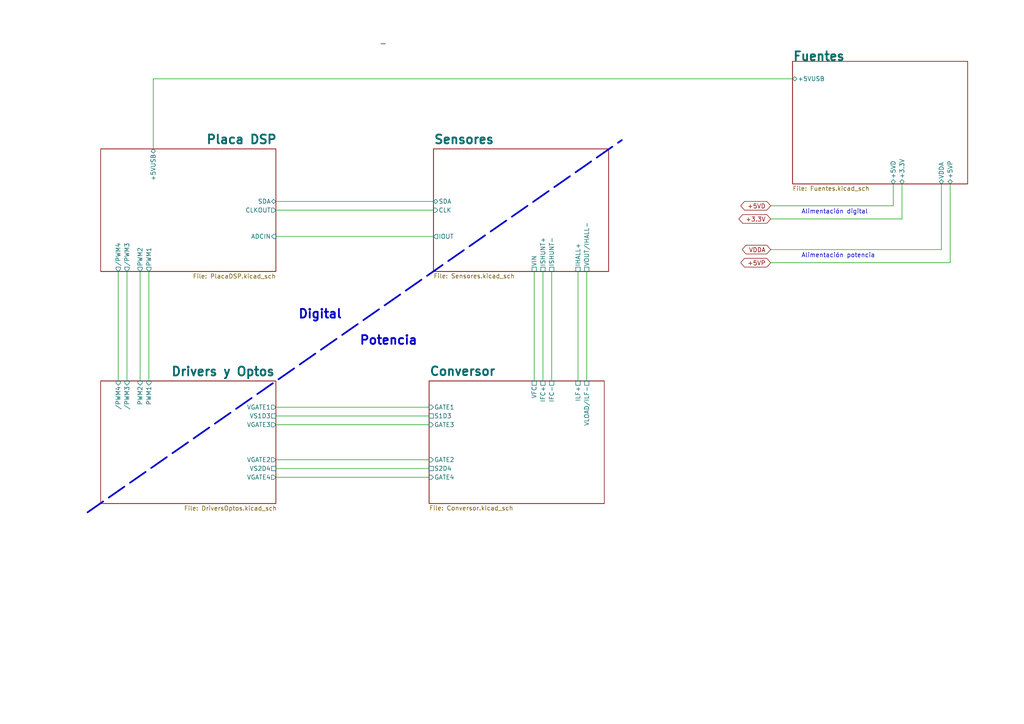
<source format=kicad_sch>
(kicad_sch (version 20211123) (generator eeschema)
  (paper "A4")
  (lib_symbols)
  (wire (pts (xy 80.01 68.58) (xy 125.73 68.58)))
  (wire (pts (xy 154.94 78.74) (xy 154.94 110.49)))
  (wire (pts (xy 229.87 22.86) (xy 44.45 22.86)))
  (wire (pts (xy 80.01 133.35) (xy 124.46 133.35)))
  (polyline (pts (xy 25.4 148.59) (xy 180.34 40.64)) (stroke (width 0.5)))
  (wire (pts (xy 36.83 78.74) (xy 36.83 110.49)))
  (wire (pts (xy 157.48 78.74) (xy 157.48 110.49)))
  (wire (pts (xy 223.52 72.39) (xy 273.05 72.39)))
  (wire (pts (xy 80.01 138.43) (xy 124.46 138.43)))
  (wire (pts (xy 223.52 63.5) (xy 261.62 63.5)))
  (wire (pts (xy 259.08 59.69) (xy 223.52 59.69)))
  (wire (pts (xy 275.59 76.2) (xy 223.52 76.2)))
  (wire (pts (xy 44.45 22.86) (xy 44.45 43.18)))
  (wire (pts (xy 167.64 78.74) (xy 167.64 110.49)))
  (wire (pts (xy 80.01 60.96) (xy 125.73 60.96)))
  (wire (pts (xy 170.18 78.74) (xy 170.18 110.49)))
  (wire (pts (xy 160.02 78.74) (xy 160.02 110.49)))
  (wire (pts (xy 259.08 53.34) (xy 259.08 59.69)))
  (wire (pts (xy 273.05 53.34) (xy 273.05 72.39)))
  (wire (pts (xy 34.29 78.74) (xy 34.29 110.49)))
  (wire (pts (xy 275.59 53.34) (xy 275.59 76.2)))
  (wire (pts (xy 80.01 118.11) (xy 124.46 118.11)))
  (wire (pts (xy 80.01 58.42) (xy 125.73 58.42)))
  (wire (pts (xy 80.01 123.19) (xy 124.46 123.19)))
  (polyline (pts (xy 110.49 12.7) (xy 111.76 12.7)))
  (wire (pts (xy 80.01 120.65) (xy 124.46 120.65)))
  (wire (pts (xy 80.01 135.89) (xy 124.46 135.89)))
  (wire (pts (xy 40.64 78.74) (xy 40.64 110.49)))
  (wire (pts (xy 43.18 78.74) (xy 43.18 110.49)))
  (wire (pts (xy 261.62 53.34) (xy 261.62 63.5)))
  (text "Digital" (at 86.36 92.71 0) (effects (font (size 2.54 2.54) (thickness 0.508) bold) (justify left bottom)))
  (text "Alimentación potencia" (at 232.41 74.93 0) (effects (font (size 1.27 1.27)) (justify left bottom)))
  (text "Potencia" (at 104.14 100.33 0) (effects (font (size 2.54 2.54) (thickness 0.508) bold) (justify left bottom)))
  (text "Alimentación digital" (at 232.41 62.23 0) (effects (font (size 1.27 1.27)) (justify left bottom)))
  (global_label "+5VD" (shape bidirectional) (at 223.52 59.69 180) (property "Intersheet References" "${INTERSHEET_REFS}" (effects hide)))
  (global_label "+3.3V" (shape bidirectional) (at 223.52 63.5 180) (property "Intersheet References" "${INTERSHEET_REFS}" (effects hide)))
  (global_label "+5VP" (shape bidirectional) (at 223.52 76.2 180) (property "Intersheet References" "${INTERSHEET_REFS}" (effects hide)))
  (global_label "VDDA" (shape bidirectional) (at 223.52 72.39 180) (property "Intersheet References" "${INTERSHEET_REFS}" (effects hide)))
  (sheet (at 125.73 43.18) (size 50.8 35.56) (stroke (width 0.1524))
    (property "Sheet name" "Sensores" (at 125.73 41.91 0) (effects (font (size 2.54 2.54) bold) (justify left bottom)))
    (property "Sheet file" "Sensores.kicad_sch" (at 125.73 79.3246 0) (effects (justify left top)))
    (pin "CLK" input (at 125.73 60.96 180))
    (pin "IOUT" output (at 125.73 68.58 180))
    (pin "VIN" passive (at 154.94 78.74 270))
    (pin "ISHUNT-" passive (at 160.02 78.74 270))
    (pin "IHALL+" passive (at 167.64 78.74 270))
    (pin "ISHUNT+" passive (at 157.48 78.74 270))
    (pin "VOUT{slash}IHALL-" passive (at 170.18 78.74 270))
    (pin "SDA" bidirectional (at 125.73 58.42 180))
  )
  (sheet (at 29.21 110.49) (size 50.8 35.56) (stroke (width 0.1524))
    (property "Sheet name" "Drivers y Optos" (at 49.53 109.22 0) (effects (font (size 2.54 2.54) bold) (justify left bottom)))
    (property "Sheet file" "DriversOptos.kicad_sch" (at 53.34 146.685 0) (effects (justify left top)))
    (pin "PWM1" input (at 43.18 110.49 90))
    (pin "{slash}PWM3" input (at 36.83 110.49 90))
    (pin "{slash}PWM4" input (at 34.29 110.49 90))
    (pin "PWM2" input (at 40.64 110.49 90))
    (pin "VGATE4" output (at 80.01 138.43 0))
    (pin "VGATE2" output (at 80.01 133.35 0))
    (pin "VGATE3" output (at 80.01 123.19 0))
    (pin "VGATE1" output (at 80.01 118.11 0))
    (pin "VS2D4" passive (at 80.01 135.89 0))
    (pin "VS1D3" passive (at 80.01 120.65 0))
  )
  (sheet (at 124.46 110.49) (size 50.8 35.56) (stroke (width 0.1524))
    (property "Sheet name" "Conversor" (at 124.46 109.1434 0) (effects (font (size 2.54 2.54) bold) (justify left bottom)))
    (property "Sheet file" "Conversor.kicad_sch" (at 124.46 146.6346 0) (effects (justify left top)))
    (pin "IFC+" passive (at 157.48 110.49 90))
    (pin "VFC" passive (at 154.94 110.49 90))
    (pin "IFC-" passive (at 160.02 110.49 90))
    (pin "S2D4" passive (at 124.46 135.89 180))
    (pin "GATE4" input (at 124.46 138.43 180))
    (pin "GATE2" input (at 124.46 133.35 180))
    (pin "GATE3" input (at 124.46 123.19 180))
    (pin "GATE1" input (at 124.46 118.11 180))
    (pin "S1D3" passive (at 124.46 120.65 180))
    (pin "ILF+" passive (at 167.64 110.49 90))
    (pin "VLOAD{slash}ILF-" passive (at 170.18 110.49 90))
  )
  (sheet (at 229.87 17.78) (size 50.8 35.56) (stroke (width 0.1524))
    (property "Sheet name" "Fuentes" (at 229.87 17.78 0) (effects (font (size 2.54 2.54) bold) (justify left bottom)))
    (property "Sheet file" "Fuentes.kicad_sch" (at 229.87 53.9246 0) (effects (justify left top)))
    (pin "+5VUSB" bidirectional (at 229.87 22.86 180))
    (pin "+5VD" bidirectional (at 259.08 53.34 270))
    (pin "+3.3V" bidirectional (at 261.62 53.34 270))
    (pin "VDDA" bidirectional (at 273.05 53.34 270))
    (pin "+5VP" bidirectional (at 275.59 53.34 270))
  )
  (sheet (at 29.21 43.18) (size 50.8 35.56) (stroke (width 0.1524))
    (property "Sheet name" "Placa DSP" (at 59.69 41.91 0) (effects (font (size 2.54 2.54) bold) (justify left bottom)))
    (property "Sheet file" "PlacaDSP.kicad_sch" (at 55.88 79.375 0) (effects (justify left top)))
    (pin "PWM1" output (at 43.18 78.74 270))
    (pin "{slash}PWM3" output (at 36.83 78.74 270))
    (pin "PWM2" output (at 40.64 78.74 270))
    (pin "{slash}PWM4" output (at 34.29 78.74 270))
    (pin "CLKOUT" output (at 80.01 60.96 0))
    (pin "ADCIN" input (at 80.01 68.58 0))
    (pin "+5VUSB" bidirectional (at 44.45 43.18 90))
    (pin "SDA" bidirectional (at 80.01 58.42 0))
  )
)
</source>
